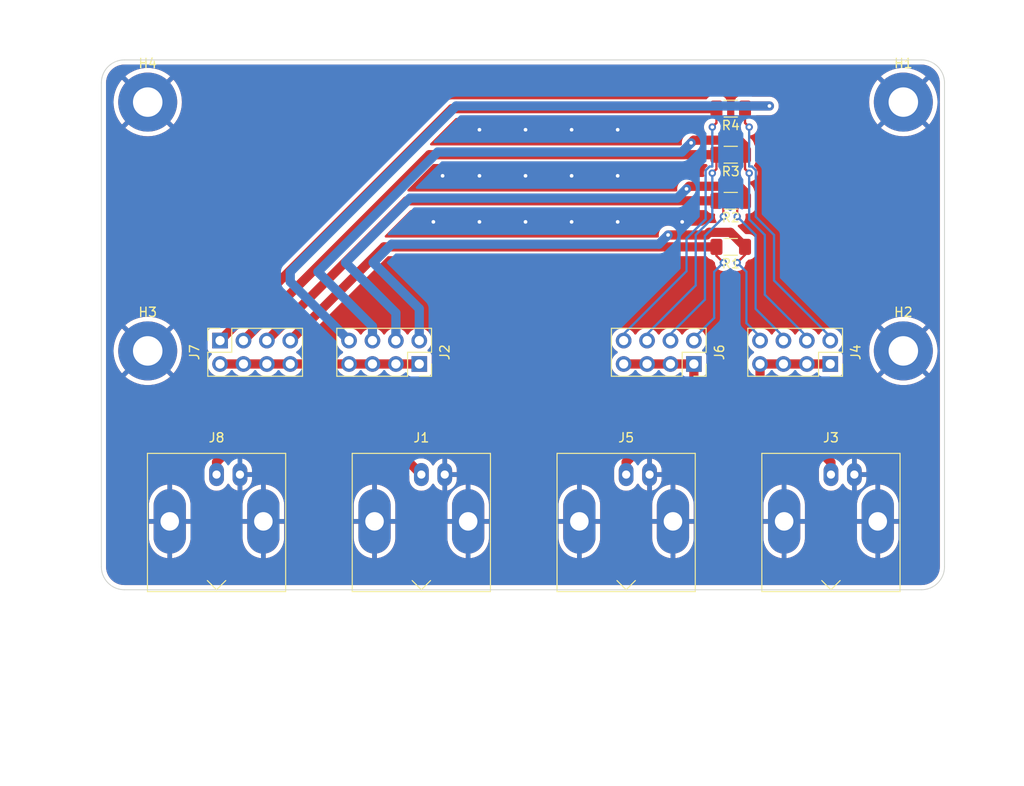
<source format=kicad_pcb>
(kicad_pcb (version 20211014) (generator pcbnew)
  (layers (0 "F.Cu" signal) (31 "B.Cu" signal) (34 "B.Paste" user) (35 "F.Paste" user) (36 "B.SilkS" user "B.Silkscreen") (37 "F.SilkS" user "F.Silkscreen") (38 "B.Mask" user) (39 "F.Mask" user) (44 "Edge.Cuts" user))
  (net 0 "")
  (net 1 "GND")
  (net 2 "Net-(J1-Pad1)")
  (net 3 "Net-(J2-Pad4)")
  (net 4 "Net-(J2-Pad6)")
  (net 5 "Net-(J3-Pad1)")
  (net 6 "Net-(J5-Pad1)")
  (net 7 "Net-(J6-Pad4)")
  (net 8 "Net-(J6-Pad6)")
  (net 9 "Net-(J7-Pad2)")
  (net 10 "Net-(J7-Pad1)")
  (net 11 "Net-(J6-Pad2)")
  (net 12 "Net-(J4-Pad2)")
  (net 13 "Net-(J4-Pad8)")
  (footprint "Connector_Coaxial:BNC_Amphenol_B6252HB-NPP3G-50_Horizontal" (layer "F.Cu") (at 153.145 106.42 180)
    (fp_text reference "J3" (at 0 4) (layer "F.SilkS"))
    (fp_text value "Conn_Coaxial")
    (fp_line (start 7.5 2.3) (end -7.5 2.3) (layer "F.SilkS") (width 0.12))
    (fp_line (start -7.5 -12.7) (end 7.5 -12.7) (layer "F.SilkS") (width 0.12))
    (fp_line (start 0 -12.5) (end -1 -11.5) (layer "F.SilkS") (width 0.12))
    (fp_line (start -7.5 2.3) (end -7.5 -12.7) (layer "F.SilkS") (width 0.12))
    (fp_line (start 0 -12.5) (end 1 -11.5) (layer "F.SilkS") (width 0.12))
    (fp_line (start 7.5 -12.7) (end 7.5 2.3) (layer "F.SilkS") (width 0.12))
    (pad "1" thru_hole oval locked (at 0 0 180) (size 1.6 2.5) (drill 0.89) (layers *.Cu *.Mask) (net 5 "Net-(J3-Pad1)"))
    (pad "2" thru_hole oval locked (at -2.54 0 180) (size 1.6 2.5) (drill 0.89) (layers *.Cu *.Mask) (net 1 "GND"))
    (pad "2" thru_hole oval locked (at 5.08 -5.08 180) (size 3.5 7) (drill 2.01) (layers *.Cu *.Mask) (net 1 "GND"))
    (pad "2" thru_hole oval locked (at -5.08 -5.08 180) (size 3.5 7) (drill 2.01) (layers *.Cu *.Mask) (net 1 "GND"))
  )
  (footprint "MountingHole:MountingHole_3.2mm_M3_Pad" (layer "F.Cu") (at 79 93)
    (fp_text reference "H3" (at 0 -4.2) (layer "F.SilkS"))
    (fp_text value "MountingHole_Pad")
    (pad "1" thru_hole circle locked (at 0 0) (size 6.4 6.4) (drill 3.2) (layers *.Cu *.Mask) (net 1 "GND"))
  )
  (footprint "Resistor_SMD:R_1206_3216Metric_Pad1.30x1.75mm_HandSolder" (layer "F.Cu") (at 142.27 81.71 180)
    (fp_text reference "R1" (at 0 -1.82) (layer "F.SilkS"))
    (fp_text value "R")
    (fp_line (start -0.727064 0.91) (end 0.727064 0.91) (layer "F.SilkS") (width 0.12))
    (fp_line (start -0.727064 -0.91) (end 0.727064 -0.91) (layer "F.SilkS") (width 0.12))
    (pad "1" smd roundrect locked (at -1.55 0 180) (size 1.3 1.75) (layers "F.Cu" "F.Paste" "F.Mask") (roundrect_rratio 0.1923076923) (net 13 "Net-(J4-Pad8)"))
    (pad "2" smd roundrect locked (at 1.55 0 180) (size 1.3 1.75) (layers "F.Cu" "F.Paste" "F.Mask") (roundrect_rratio 0.1923076923) (net 11 "Net-(J6-Pad2)"))
  )
  (footprint "Resistor_SMD:R_1206_3216Metric_Pad1.30x1.75mm_HandSolder" (layer "F.Cu") (at 142.27 66.71 180)
    (fp_text reference "R4" (at 0 -1.82) (layer "F.SilkS"))
    (fp_text value "R")
    (fp_line (start -0.727064 -0.91) (end 0.727064 -0.91) (layer "F.SilkS") (width 0.12))
    (fp_line (start -0.727064 0.91) (end 0.727064 0.91) (layer "F.SilkS") (width 0.12))
    (pad "1" smd roundrect locked (at -1.55 0 180) (size 1.3 1.75) (layers "F.Cu" "F.Paste" "F.Mask") (roundrect_rratio 0.1923076923) (net 12 "Net-(J4-Pad2)"))
    (pad "2" smd roundrect locked (at 1.55 0 180) (size 1.3 1.75) (layers "F.Cu" "F.Paste" "F.Mask") (roundrect_rratio 0.1923076923) (net 10 "Net-(J7-Pad1)"))
  )
  (footprint "MountingHole:MountingHole_3.2mm_M3_Pad" (layer "F.Cu") (at 161 93)
    (fp_text reference "H2" (at 0 -4.2) (layer "F.SilkS"))
    (fp_text value "MountingHole_Pad")
    (pad "1" thru_hole circle locked (at 0 0) (size 6.4 6.4) (drill 3.2) (layers *.Cu *.Mask) (net 1 "GND"))
  )
  (footprint "Connector_PinSocket_2.54mm:PinSocket_2x04_P2.54mm_Vertical" (layer "F.Cu") (at 108.47 94.42 -90)
    (fp_text reference "J2" (at -1.27 -2.77 90) (layer "F.SilkS"))
    (fp_text value "Conn_02x04_Odd_Even")
    (fp_line (start 0 -1.33) (end 1.33 -1.33) (layer "F.SilkS") (width 0.12))
    (fp_line (start -3.87 -1.33) (end -1.27 -1.33) (layer "F.SilkS") (width 0.12))
    (fp_line (start 1.33 -1.33) (end 1.33 0) (layer "F.SilkS") (width 0.12))
    (fp_line (start -3.87 -1.33) (end -3.87 8.95) (layer "F.SilkS") (width 0.12))
    (fp_line (start 1.33 1.27) (end 1.33 8.95) (layer "F.SilkS") (width 0.12))
    (fp_line (start -1.27 1.27) (end 1.33 1.27) (layer "F.SilkS") (width 0.12))
    (fp_line (start -1.27 -1.33) (end -1.27 1.27) (layer "F.SilkS") (width 0.12))
    (fp_line (start -3.87 8.95) (end 1.33 8.95) (layer "F.SilkS") (width 0.12))
    (pad "1" thru_hole rect locked (at 0 0 270) (size 1.7 1.7) (drill 1) (layers *.Cu *.Mask) (net 2 "Net-(J1-Pad1)"))
    (pad "2" thru_hole oval locked (at -2.54 0 270) (size 1.7 1.7) (drill 1) (layers *.Cu *.Mask) (net 13 "Net-(J4-Pad8)"))
    (pad "3" thru_hole oval locked (at 0 2.54 270) (size 1.7 1.7) (drill 1) (layers *.Cu *.Mask) (net 2 "Net-(J1-Pad1)"))
    (pad "4" thru_hole oval locked (at -2.54 2.54 270) (size 1.7 1.7) (drill 1) (layers *.Cu *.Mask) (net 3 "Net-(J2-Pad4)"))
    (pad "5" thru_hole oval locked (at 0 5.08 270) (size 1.7 1.7) (drill 1) (layers *.Cu *.Mask) (net 2 "Net-(J1-Pad1)"))
    (pad "6" thru_hole oval locked (at -2.54 5.08 270) (size 1.7 1.7) (drill 1) (layers *.Cu *.Mask) (net 4 "Net-(J2-Pad6)"))
    (pad "7" thru_hole oval locked (at 0 7.62 270) (size 1.7 1.7) (drill 1) (layers *.Cu *.Mask) (net 2 "Net-(J1-Pad1)"))
    (pad "8" thru_hole oval locked (at -2.54 7.62 270) (size 1.7 1.7) (drill 1) (layers *.Cu *.Mask) (net 12 "Net-(J4-Pad2)"))
  )
  (footprint "Connector_Coaxial:BNC_Amphenol_B6252HB-NPP3G-50_Horizontal" (layer "F.Cu") (at 130.92 106.42 180)
    (fp_text reference "J5" (at 0 4) (layer "F.SilkS"))
    (fp_text value "Conn_Coaxial")
    (fp_line (start 7.5 -12.7) (end 7.5 2.3) (layer "F.SilkS") (width 0.12))
    (fp_line (start 0 -12.5) (end -1 -11.5) (layer "F.SilkS") (width 0.12))
    (fp_line (start -7.5 2.3) (end -7.5 -12.7) (layer "F.SilkS") (width 0.12))
    (fp_line (start -7.5 -12.7) (end 7.5 -12.7) (layer "F.SilkS") (width 0.12))
    (fp_line (start 7.5 2.3) (end -7.5 2.3) (layer "F.SilkS") (width 0.12))
    (fp_line (start 0 -12.5) (end 1 -11.5) (layer "F.SilkS") (width 0.12))
    (pad "1" thru_hole oval locked (at 0 0 180) (size 1.6 2.5) (drill 0.89) (layers *.Cu *.Mask) (net 6 "Net-(J5-Pad1)"))
    (pad "2" thru_hole oval locked (at 5.08 -5.08 180) (size 3.5 7) (drill 2.01) (layers *.Cu *.Mask) (net 1 "GND"))
    (pad "2" thru_hole oval locked (at -2.54 0 180) (size 1.6 2.5) (drill 0.89) (layers *.Cu *.Mask) (net 1 "GND"))
    (pad "2" thru_hole oval locked (at -5.08 -5.08 180) (size 3.5 7) (drill 2.01) (layers *.Cu *.Mask) (net 1 "GND"))
  )
  (footprint "MountingHole:MountingHole_3.2mm_M3_Pad" (layer "F.Cu") (at 161 66)
    (fp_text reference "H1" (at 0 -4.2) (layer "F.SilkS"))
    (fp_text value "MountingHole_Pad")
    (pad "1" thru_hole circle locked (at 0 0) (size 6.4 6.4) (drill 3.2) (layers *.Cu *.Mask) (net 1 "GND"))
  )
  (footprint "MountingHole:MountingHole_3.2mm_M3_Pad" (layer "F.Cu") (at 79 66)
    (fp_text reference "H4" (at 0 -4.2) (layer "F.SilkS"))
    (fp_text value "MountingHole_Pad")
    (pad "1" thru_hole circle locked (at 0 0) (size 6.4 6.4) (drill 3.2) (layers *.Cu *.Mask) (net 1 "GND"))
  )
  (footprint "Connector_Coaxial:BNC_Amphenol_B6252HB-NPP3G-50_Horizontal" (layer "F.Cu") (at 86.47 106.42 180)
    (fp_text reference "J8" (at 0 4) (layer "F.SilkS"))
    (fp_text value "Conn_Coaxial")
    (fp_line (start 7.5 -12.7) (end 7.5 2.3) (layer "F.SilkS") (width 0.12))
    (fp_line (start -7.5 2.3) (end -7.5 -12.7) (layer "F.SilkS") (width 0.12))
    (fp_line (start -7.5 -12.7) (end 7.5 -12.7) (layer "F.SilkS") (width 0.12))
    (fp_line (start 0 -12.5) (end -1 -11.5) (layer "F.SilkS") (width 0.12))
    (fp_line (start 7.5 2.3) (end -7.5 2.3) (layer "F.SilkS") (width 0.12))
    (fp_line (start 0 -12.5) (end 1 -11.5) (layer "F.SilkS") (width 0.12))
    (pad "1" thru_hole oval locked (at 0 0 180) (size 1.6 2.5) (drill 0.89) (layers *.Cu *.Mask) (net 9 "Net-(J7-Pad2)"))
    (pad "2" thru_hole oval locked (at 5.08 -5.08 180) (size 3.5 7) (drill 2.01) (layers *.Cu *.Mask) (net 1 "GND"))
    (pad "2" thru_hole oval locked (at -2.54 0 180) (size 1.6 2.5) (drill 0.89) (layers *.Cu *.Mask) (net 1 "GND"))
    (pad "2" thru_hole oval locked (at -5.08 -5.08 180) (size 3.5 7) (drill 2.01) (layers *.Cu *.Mask) (net 1 "GND"))
  )
  (footprint "Connector_PinSocket_2.54mm:PinSocket_2x04_P2.54mm_Vertical" (layer "F.Cu") (at 138.27 94.42 -90)
    (fp_text reference "J6" (at -1.27 -2.77 90) (layer "F.SilkS"))
    (fp_text value "Conn_02x04_Odd_Even")
    (fp_line (start -3.87 8.95) (end 1.33 8.95) (layer "F.SilkS") (width 0.12))
    (fp_line (start 0 -1.33) (end 1.33 -1.33) (layer "F.SilkS") (width 0.12))
    (fp_line (start -3.87 -1.33) (end -3.87 8.95) (layer "F.SilkS") (width 0.12))
    (fp_line (start -3.87 -1.33) (end -1.27 -1.33) (layer "F.SilkS") (width 0.12))
    (fp_line (start -1.27 -1.33) (end -1.27 1.27) (layer "F.SilkS") (width 0.12))
    (fp_line (start -1.27 1.27) (end 1.33 1.27) (layer "F.SilkS") (width 0.12))
    (fp_line (start 1.33 -1.33) (end 1.33 0) (layer "F.SilkS") (width 0.12))
    (fp_line (start 1.33 1.27) (end 1.33 8.95) (layer "F.SilkS") (width 0.12))
    (pad "1" thru_hole rect locked (at 0 0 270) (size 1.7 1.7) (drill 1) (layers *.Cu *.Mask) (net 6 "Net-(J5-Pad1)"))
    (pad "2" thru_hole oval locked (at -2.54 0 270) (size 1.7 1.7) (drill 1) (layers *.Cu *.Mask) (net 11 "Net-(J6-Pad2)"))
    (pad "3" thru_hole oval locked (at 0 2.54 270) (size 1.7 1.7) (drill 1) (layers *.Cu *.Mask) (net 6 "Net-(J5-Pad1)"))
    (pad "4" thru_hole oval locked (at -2.54 2.54 270) (size 1.7 1.7) (drill 1) (layers *.Cu *.Mask) (net 7 "Net-(J6-Pad4)"))
    (pad "5" thru_hole oval locked (at 0 5.08 270) (size 1.7 1.7) (drill 1) (layers *.Cu *.Mask) (net 6 "Net-(J5-Pad1)"))
    (pad "6" thru_hole oval locked (at -2.54 5.08 270) (size 1.7 1.7) (drill 1) (layers *.Cu *.Mask) (net 8 "Net-(J6-Pad6)"))
    (pad "7" thru_hole oval locked (at 0 7.62 270) (size 1.7 1.7) (drill 1) (layers *.Cu *.Mask) (net 6 "Net-(J5-Pad1)"))
    (pad "8" thru_hole oval locked (at -2.54 7.62 270) (size 1.7 1.7) (drill 1) (layers *.Cu *.Mask) (net 10 "Net-(J7-Pad1)"))
  )
  (footprint "Connector_PinSocket_2.54mm:PinSocket_2x04_P2.54mm_Vertical" (layer "F.Cu") (at 86.85 91.88 90)
    (fp_text reference "J7" (at -1.27 -2.77 90) (layer "F.SilkS"))
    (fp_text value "Conn_02x04_Odd_Even")
    (fp_line (start 1.33 1.27) (end 1.33 8.95) (layer "F.SilkS") (width 0.12))
    (fp_line (start -3.87 -1.33) (end -1.27 -1.33) (layer "F.SilkS") (width 0.12))
    (fp_line (start 1.33 -1.33) (end 1.33 0) (layer "F.SilkS") (width 0.12))
    (fp_line (start -3.87 8.95) (end 1.33 8.95) (layer "F.SilkS") (width 0.12))
    (fp_line (start -1.27 1.27) (end 1.33 1.27) (layer "F.SilkS") (width 0.12))
    (fp_line (start 0 -1.33) (end 1.33 -1.33) (layer "F.SilkS") (width 0.12))
    (fp_line (start -1.27 -1.33) (end -1.27 1.27) (layer "F.SilkS") (width 0.12))
    (fp_line (start -3.87 -1.33) (end -3.87 8.95) (layer "F.SilkS") (width 0.12))
    (pad "1" thru_hole rect locked (at 0 0 90) (size 1.7 1.7) (drill 1) (layers *.Cu *.Mask) (net 10 "Net-(J7-Pad1)"))
    (pad "2" thru_hole oval locked (at -2.54 0 90) (size 1.7 1.7) (drill 1) (layers *.Cu *.Mask) (net 9 "Net-(J7-Pad2)"))
    (pad "3" thru_hole oval locked (at 0 2.54 90) (size 1.7 1.7) (drill 1) (layers *.Cu *.Mask) (net 8 "Net-(J6-Pad6)"))
    (pad "4" thru_hole oval locked (at -2.54 2.54 90) (size 1.7 1.7) (drill 1) (layers *.Cu *.Mask) (net 9 "Net-(J7-Pad2)"))
    (pad "5" thru_hole oval locked (at 0 5.08 90) (size 1.7 1.7) (drill 1) (layers *.Cu *.Mask) (net 7 "Net-(J6-Pad4)"))
    (pad "6" thru_hole oval locked (at -2.54 5.08 90) (size 1.7 1.7) (drill 1) (layers *.Cu *.Mask) (net 9 "Net-(J7-Pad2)"))
    (pad "7" thru_hole oval locked (at 0 7.62 90) (size 1.7 1.7) (drill 1) (layers *.Cu *.Mask) (net 11 "Net-(J6-Pad2)"))
    (pad "8" thru_hole oval locked (at -2.54 7.62 90) (size 1.7 1.7) (drill 1) (layers *.Cu *.Mask) (net 9 "Net-(J7-Pad2)"))
  )
  (footprint "Resistor_SMD:R_1206_3216Metric_Pad1.30x1.75mm_HandSolder" (layer "F.Cu") (at 142.27 71.71 180)
    (fp_text reference "R3" (at 0 -1.82) (layer "F.SilkS"))
    (fp_text value "R")
    (fp_line (start -0.727064 -0.91) (end 0.727064 -0.91) (layer "F.SilkS") (width 0.12))
    (fp_line (start -0.727064 0.91) (end 0.727064 0.91) (layer "F.SilkS") (width 0.12))
    (pad "1" smd roundrect locked (at -1.55 0 180) (size 1.3 1.75) (layers "F.Cu" "F.Paste" "F.Mask") (roundrect_rratio 0.1923076923) (net 4 "Net-(J2-Pad6)"))
    (pad "2" smd roundrect locked (at 1.55 0 180) (size 1.3 1.75) (layers "F.Cu" "F.Paste" "F.Mask") (roundrect_rratio 0.1923076923) (net 8 "Net-(J6-Pad6)"))
  )
  (footprint "Connector_Coaxial:BNC_Amphenol_B6252HB-NPP3G-50_Horizontal" (layer "F.Cu") (at 108.695 106.42 180)
    (fp_text reference "J1" (at 0 4) (layer "F.SilkS"))
    (fp_text value "Conn_Coaxial")
    (fp_line (start 0 -12.5) (end -1 -11.5) (layer "F.SilkS") (width 0.12))
    (fp_line (start 7.5 2.3) (end -7.5 2.3) (layer "F.SilkS") (width 0.12))
    (fp_line (start -7.5 2.3) (end -7.5 -12.7) (layer "F.SilkS") (width 0.12))
    (fp_line (start -7.5 -12.7) (end 7.5 -12.7) (layer "F.SilkS") (width 0.12))
    (fp_line (start 0 -12.5) (end 1 -11.5) (layer "F.SilkS") (width 0.12))
    (fp_line (start 7.5 -12.7) (end 7.5 2.3) (layer "F.SilkS") (width 0.12))
    (pad "1" thru_hole oval locked (at 0 0 180) (size 1.6 2.5) (drill 0.89) (layers *.Cu *.Mask) (net 2 "Net-(J1-Pad1)"))
    (pad "2" thru_hole oval locked (at -5.08 -5.08 180) (size 3.5 7) (drill 2.01) (layers *.Cu *.Mask) (net 1 "GND"))
    (pad "2" thru_hole oval locked (at -2.54 0 180) (size 1.6 2.5) (drill 0.89) (layers *.Cu *.Mask) (net 1 "GND"))
    (pad "2" thru_hole oval locked (at 5.08 -5.08 180) (size 3.5 7) (drill 2.01) (layers *.Cu *.Mask) (net 1 "GND"))
  )
  (footprint "Resistor_SMD:R_1206_3216Metric_Pad1.30x1.75mm_HandSolder" (layer "F.Cu") (at 142.27 76.71 180)
    (fp_text reference "R2" (at 0 -1.82) (layer "F.SilkS"))
    (fp_text value "R")
    (fp_line (start -0.727064 -0.91) (end 0.727064 -0.91) (layer "F.SilkS") (width 0.12))
    (fp_line (start -0.727064 0.91) (end 0.727064 0.91) (layer "F.SilkS") (width 0.12))
    (pad "1" smd roundrect locked (at -1.55 0 180) (size 1.3 1.75) (layers "F.Cu" "F.Paste" "F.Mask") (roundrect_rratio 0.1923076923) (net 3 "Net-(J2-Pad4)"))
    (pad "2" smd roundrect locked (at 1.55 0 180) (size 1.3 1.75) (layers "F.Cu" "F.Paste" "F.Mask") (roundrect_rratio 0.1923076923) (net 7 "Net-(J6-Pad4)"))
  )
  (footprint "Connector_PinSocket_2.54mm:PinSocket_2x04_P2.54mm_Vertical" (layer "F.Cu") (at 153.07 94.42 -90)
    (fp_text reference "J4" (at -1.27 -2.77 90) (layer "F.SilkS"))
    (fp_text value "Conn_02x04_Odd_Even")
    (fp_line (start -3.87 -1.33) (end -1.27 -1.33) (layer "F.SilkS") (width 0.12))
    (fp_line (start -1.27 1.27) (end 1.33 1.27) (layer "F.SilkS") (width 0.12))
    (fp_line (start 0 -1.33) (end 1.33 -1.33) (layer "F.SilkS") (width 0.12))
    (fp_line (start -3.87 -1.33) (end -3.87 8.95) (layer "F.SilkS") (width 0.12))
    (fp_line (start -1.27 -1.33) (end -1.27 1.27) (layer "F.SilkS") (width 0.12))
    (fp_line (start -3.87 8.95) (end 1.33 8.95) (layer "F.SilkS") (width 0.12))
    (fp_line (start 1.33 1.27) (end 1.33 8.95) (layer "F.SilkS") (width 0.12))
    (fp_line (start 1.33 -1.33) (end 1.33 0) (layer "F.SilkS") (width 0.12))
    (pad "1" thru_hole rect locked (at 0 0 270) (size 1.7 1.7) (drill 1) (layers *.Cu *.Mask) (net 5 "Net-(J3-Pad1)"))
    (pad "2" thru_hole oval locked (at -2.54 0 270) (size 1.7 1.7) (drill 1) (layers *.Cu *.Mask) (net 12 "Net-(J4-Pad2)"))
    (pad "3" thru_hole oval locked (at 0 2.54 270) (size 1.7 1.7) (drill 1) (layers *.Cu *.Mask) (net 5 "Net-(J3-Pad1)"))
    (pad "4" thru_hole oval locked (at -2.54 2.54 270) (size 1.7 1.7) (drill 1) (layers *.Cu *.Mask) (net 4 "Net-(J2-Pad6)"))
    (pad "5" thru_hole oval locked (at 0 5.08 270) (size 1.7 1.7) (drill 1) (layers *.Cu *.Mask) (net 5 "Net-(J3-Pad1)"))
    (pad "6" thru_hole oval locked (at -2.54 5.08 270) (size 1.7 1.7) (drill 1) (layers *.Cu *.Mask) (net 3 "Net-(J2-Pad4)"))
    (pad "7" thru_hole oval locked (at 0 7.62 270) (size 1.7 1.7) (drill 1) (layers *.Cu *.Mask) (net 5 "Net-(J3-Pad1)"))
    (pad "8" thru_hole oval locked (at -2.54 7.62 270) (size 1.7 1.7) (drill 1) (layers *.Cu *.Mask) (net 13 "Net-(J4-Pad8)"))
  )
  (gr_line (start 165.47 63.92) (end 165.47 116.42) (layer "Edge.Cuts") (width 0.1))
  (gr_line (start 73.97 63.92) (end 73.97 116.42) (layer "Edge.Cuts") (width 0.1))
  (gr_line (start 76.47 61.42) (end 162.97 61.42) (layer "Edge.Cuts") (width 0.1))
  (gr_line (start 76.47 118.92) (end 162.97 118.92) (layer "Edge.Cuts") (width 0.1))
  (gr_arc (start 73.97 63.92) (mid 74.702233 62.152233) (end 76.47 61.42) (layer "Edge.Cuts") (width 0.1))
  (gr_arc (start 165.47 116.42) (mid 164.737767 118.187767) (end 162.97 118.92) (layer "Edge.Cuts") (width 0.1))
  (gr_arc (start 162.97 61.42) (mid 164.737767 62.152233) (end 165.47 63.92) (layer "Edge.Cuts") (width 0.1))
  (gr_arc (start 76.47 118.92) (mid 74.702233 118.187767) (end 73.97 116.42) (layer "Edge.Cuts") (width 0.1))
  (via (at 130 74) (size 0.8) (drill 0.4) (layers "F.Cu" "B.Cu") (net 1))
  (via (at 130 69) (size 0.8) (drill 0.4) (layers "F.Cu" "B.Cu") (net 1))
  (via (at 110 79) (size 0.8) (drill 0.4) (layers "F.Cu" "B.Cu") (net 1))
  (via (at 111 74) (size 0.8) (drill 0.4) (layers "F.Cu" "B.Cu") (net 1))
  (via (at 137 79) (size 0.8) (drill 0.4) (layers "F.Cu" "B.Cu") (net 1))
  (via (at 120 79) (size 0.8) (drill 0.4) (layers "F.Cu" "B.Cu") (net 1))
  (via (at 115 69) (size 0.8) (drill 0.4) (layers "F.Cu" "B.Cu") (net 1))
  (via (at 115 74) (size 0.8) (drill 0.4) (layers "F.Cu" "B.Cu") (net 1))
  (via (at 125 74) (size 0.8) (drill 0.4) (layers "F.Cu" "B.Cu") (net 1))
  (via (at 115 79) (size 0.8) (drill 0.4) (layers "F.Cu" "B.Cu") (net 1))
  (via (at 130 79) (size 0.8) (drill 0.4) (layers "F.Cu" "B.Cu") (net 1))
  (via (at 120 74) (size 0.8) (drill 0.4) (layers "F.Cu" "B.Cu") (net 1))
  (via (at 125 69) (size 0.8) (drill 0.4) (layers "F.Cu" "B.Cu") (net 1))
  (via (at 125 79) (size 0.8) (drill 0.4) (layers "F.Cu" "B.Cu") (net 1))
  (via (at 120 69) (size 0.8) (drill 0.4) (layers "F.Cu" "B.Cu") (net 1))
  (segment (start 100.47 103.42) (end 98.47 101.42) (width 1) (layer "F.Cu") (net 2))
  (segment (start 98.47 101.42) (end 98.47 94.42) (width 1) (layer "F.Cu") (net 2))
  (segment (start 105.695 103.42) (end 100.47 103.42) (width 1) (layer "F.Cu") (net 2))
  (segment (start 108.695 106.42) (end 105.695 103.42) (width 1) (layer "F.Cu") (net 2))
  (segment (start 98.47 94.42) (end 100.85 94.42) (width 1) (layer "F.Cu") (net 2))
  (segment (start 100.85 94.42) (end 108.47 94.42) (width 1) (layer "F.Cu") (net 2))
  (segment (start 143.18548 75.13548) (end 143.82 75.77) (width 1) (layer "F.Cu") (net 3))
  (segment (start 143.82 75.77) (end 143.82 76.71) (width 1) (layer "F.Cu") (net 3))
  (segment (start 142.97 78.42) (end 142.97 77.56) (width 0.25) (layer "F.Cu") (net 3))
  (segment (start 137.47 75.42) (end 137.75452 75.13548) (width 1) (layer "F.Cu") (net 3))
  (segment (start 142.97 77.56) (end 143.82 76.71) (width 0.25) (layer "F.Cu") (net 3))
  (segment (start 137.75452 75.13548) (end 143.18548 75.13548) (width 1) (layer "F.Cu") (net 3))
  (via (at 137.47 75.42) (size 0.8) (drill 0.4) (layers "F.Cu" "B.Cu") (net 3))
  (via (at 142.97 78.42) (size 0.8) (drill 0.4) (layers "F.Cu" "B.Cu") (net 3))
  (segment (start 136.47 76.42) (end 107.47 76.42) (width 1) (layer "B.Cu") (net 3))
  (segment (start 142.97 78.42) (end 144.97 80.42) (width 0.25) (layer "B.Cu") (net 3))
  (segment (start 137.47 75.42) (end 136.47 76.42) (width 1) (layer "B.Cu") (net 3))
  (segment (start 144.97 80.42) (end 144.97 88.44) (width 0.25) (layer "B.Cu") (net 3))
  (segment (start 144.97 88.44) (end 147.99 91.46) (width 0.25) (layer "B.Cu") (net 3))
  (segment (start 105.93 88.88) (end 105.93 91.88) (width 1) (layer "B.Cu") (net 3))
  (segment (start 107.47 76.42) (end 100.47 83.42) (width 1) (layer "B.Cu") (net 3))
  (segment (start 100.47 83.42) (end 105.93 88.88) (width 1) (layer "B.Cu") (net 3))
  (segment (start 143.18548 70.13548) (end 143.82 70.77) (width 1) (layer "F.Cu") (net 4))
  (segment (start 143.82 71.71) (end 143.82 73.26) (width 0.25) (layer "F.Cu") (net 4))
  (segment (start 138.25452 70.13548) (end 143.18548 70.13548) (width 1) (layer "F.Cu") (net 4))
  (segment (start 137.97 70.42) (end 138.25452 70.13548) (width 1) (layer "F.Cu") (net 4))
  (segment (start 143.82 73.26) (end 144.27 73.71) (width 0.25) (layer "F.Cu") (net 4))
  (segment (start 143.82 70.77) (end 143.82 71.71) (width 1) (layer "F.Cu") (net 4))
  (via (at 144.27 73.71) (size 0.8) (drill 0.4) (layers "F.Cu" "B.Cu") (net 4))
  (via (at 137.97 70.42) (size 0.8) (drill 0.4) (layers "F.Cu" "B.Cu") (net 4))
  (segment (start 137.97 70.42) (end 136.97 71.42) (width 1) (layer "B.Cu") (net 4))
  (segment (start 97.47 84.42) (end 103.39 90.34) (width 1) (layer "B.Cu") (net 4))
  (segment (start 110.47 71.42) (end 97.47 84.42) (width 1) (layer "B.Cu") (net 4))
  (segment (start 144.27 78.72) (end 145.97 80.42) (width 0.25) (layer "B.Cu") (net 4))
  (segment (start 145.97 86.9) (end 150.53 91.46) (width 0.25) (layer "B.Cu") (net 4))
  (segment (start 136.97 71.42) (end 110.47 71.42) (width 1) (layer "B.Cu") (net 4))
  (segment (start 103.39 90.34) (end 103.39 91.88) (width 1) (layer "B.Cu") (net 4))
  (segment (start 145.97 80.42) (end 145.97 86.9) (width 0.25) (layer "B.Cu") (net 4))
  (segment (start 144.27 73.71) (end 144.27 78.72) (width 0.25) (layer "B.Cu") (net 4))
  (segment (start 145.45 94.42) (end 153.07 94.42) (width 1) (layer "F.Cu") (net 5))
  (segment (start 145.45 97.4) (end 145.45 94.42) (width 1) (layer "F.Cu") (net 5))
  (segment (start 153.145 106.42) (end 153.145 105.095) (width 1) (layer "F.Cu") (net 5))
  (segment (start 153.145 105.095) (end 145.45 97.4) (width 1) (layer "F.Cu") (net 5))
  (segment (start 138.27 97.72) (end 138.27 94.42) (width 1) (layer "F.Cu") (net 6))
  (segment (start 130.92 106.42) (end 130.92 105.07) (width 1) (layer "F.Cu") (net 6))
  (segment (start 130.92 105.07) (end 138.27 97.72) (width 1) (layer "F.Cu") (net 6))
  (segment (start 138.27 94.42) (end 130.65 94.42) (width 1) (layer "F.Cu") (net 6))
  (segment (start 91.93 91.88) (end 107.1 76.71) (width 1) (layer "F.Cu") (net 7))
  (segment (start 141.47 78.42) (end 141.47 77.46) (width 0.25) (layer "F.Cu") (net 7))
  (segment (start 141.47 77.46) (end 140.72 76.71) (width 0.25) (layer "F.Cu") (net 7))
  (segment (start 107.1 76.71) (end 140.72 76.71) (width 1) (layer "F.Cu") (net 7))
  (via (at 141.47 78.42) (size 0.8) (drill 0.4) (layers "F.Cu" "B.Cu") (net 7))
  (segment (start 139.47 87.43) (end 135.73 91.17) (width 0.25) (layer "B.Cu") (net 7))
  (segment (start 139.47 80.51) (end 139.47 87.43) (width 0.25) (layer "B.Cu") (net 7))
  (segment (start 141.47 78.42) (end 141.47 78.51) (width 0.25) (layer "B.Cu") (net 7))
  (segment (start 141.47 78.51) (end 139.47 80.51) (width 0.25) (layer "B.Cu") (net 7))
  (segment (start 140.72 73.26) (end 140.27 73.71) (width 0.25) (layer "F.Cu") (net 8))
  (segment (start 109.56 71.71) (end 140.72 71.71) (width 1) (layer "F.Cu") (net 8))
  (segment (start 89.39 91.88) (end 109.56 71.71) (width 1) (layer "F.Cu") (net 8))
  (segment (start 140.72 71.71) (end 140.72 73.26) (width 0.25) (layer "F.Cu") (net 8))
  (via (at 140.27 73.71) (size 0.8) (drill 0.4) (layers "F.Cu" "B.Cu") (net 8))
  (segment (start 138.47 80.42) (end 138.47 85.89) (width 0.25) (layer "B.Cu") (net 8))
  (segment (start 140.27 73.71) (end 140.27 78.62) (width 0.25) (layer "B.Cu") (net 8))
  (segment (start 138.47 85.89) (end 133.19 91.17) (width 0.25) (layer "B.Cu") (net 8))
  (segment (start 140.27 78.62) (end 138.47 80.42) (width 0.25) (layer "B.Cu") (net 8))
  (segment (start 96.47 94.42) (end 86.85 94.42) (width 1) (layer "F.Cu") (net 9))
  (segment (start 86.47 106.42) (end 86.47 105.07) (width 1) (layer "F.Cu") (net 9))
  (segment (start 94.47 103.42) (end 96.47 101.42) (width 1) (layer "F.Cu") (net 9))
  (segment (start 88.12 103.42) (end 94.47 103.42) (width 1) (layer "F.Cu") (net 9))
  (segment (start 96.47 101.42) (end 96.47 94.42) (width 1) (layer "F.Cu") (net 9))
  (segment (start 86.47 105.07) (end 88.12 103.42) (width 1) (layer "F.Cu") (net 9))
  (segment (start 140.72 68.26) (end 140.27 68.71) (width 0.25) (layer "F.Cu") (net 10))
  (segment (start 86.85 91.88) (end 112.02 66.71) (width 1) (layer "F.Cu") (net 10))
  (segment (start 140.72 66.71) (end 140.72 68.26) (width 0.25) (layer "F.Cu") (net 10))
  (segment (start 112.02 66.71) (end 140.72 66.71) (width 1) (layer "F.Cu") (net 10))
  (via (at 140.27 68.71) (size 0.8) (drill 0.4) (layers "F.Cu" "B.Cu") (net 10))
  (segment (start 139.969897 72.985489) (end 139.545489 73.409897) (width 0.25) (layer "B.Cu") (net 10))
  (segment (start 137.47 80.784283) (end 137.47 84.35) (width 0.25) (layer "B.Cu") (net 10))
  (segment (start 139.545489 73.409897) (end 139.545489 78.708794) (width 0.25) (layer "B.Cu") (net 10))
  (segment (start 137.47 84.35) (end 130.65 91.17) (width 0.25) (layer "B.Cu") (net 10))
  (segment (start 140.27 72.985489) (end 139.969897 72.985489) (width 0.25) (layer "B.Cu") (net 10))
  (segment (start 140.27 68.71) (end 140.27 72.985489) (width 0.25) (layer "B.Cu") (net 10))
  (segment (start 139.545489 78.708794) (end 137.47 80.784283) (width 0.25) (layer "B.Cu") (net 10))
  (segment (start 104.64 81.71) (end 140.72 81.71) (width 1) (layer "F.Cu") (net 11))
  (segment (start 140.72 82.67) (end 140.72 81.71) (width 0.25) (layer "F.Cu") (net 11))
  (segment (start 141.47 83.42) (end 140.72 82.67) (width 0.25) (layer "F.Cu") (net 11))
  (segment (start 94.47 91.88) (end 104.64 81.71) (width 1) (layer "F.Cu") (net 11))
  (via (at 141.47 83.42) (size 0.8) (drill 0.4) (layers "F.Cu" "B.Cu") (net 11))
  (segment (start 140.47 84.42) (end 140.47 89.42) (width 0.25) (layer "B.Cu") (net 11))
  (segment (start 141.47 83.42) (end 140.47 84.42) (width 0.25) (layer "B.Cu") (net 11))
  (segment (start 138.72 91.17) (end 138.27 91.17) (width 0.25) (layer "B.Cu") (net 11))
  (segment (start 140.47 89.42) (end 138.72 91.17) (width 0.25) (layer "B.Cu") (net 11))
  (segment (start 143.82 68.26) (end 144.27 68.71) (width 0.25) (layer "F.Cu") (net 12))
  (segment (start 144.11 66.42) (end 143.82 66.71) (width 1) (layer "F.Cu") (net 12))
  (segment (start 143.82 66.71) (end 143.82 68.26) (width 0.25) (layer "F.Cu") (net 12))
  (segment (start 146.47 66.42) (end 144.11 66.42) (width 1) (layer "F.Cu") (net 12))
  (via (at 144.27 68.71) (size 0.8) (drill 0.4) (layers "F.Cu" "B.Cu") (net 12))
  (via (at 146.47 66.42) (size 0.8) (drill 0.4) (layers "F.Cu" "B.Cu") (net 12))
  (segment (start 144.994511 73.409897) (end 144.994511 78.444511) (width 0.25) (layer "B.Cu") (net 12))
  (segment (start 146.97 85.36) (end 153.07 91.46) (width 0.25) (layer "B.Cu") (net 12))
  (segment (start 144.994511 78.444511) (end 146.97 80.42) (width 0.25) (layer "B.Cu") (net 12))
  (segment (start 100.85 91.88) (end 94.47 85.5) (width 1) (layer "B.Cu") (net 12))
  (segment (start 146.97 80.42) (end 146.97 85.36) (width 0.25) (layer "B.Cu") (net 12))
  (segment (start 94.47 84.42) (end 112.47 66.42) (width 1) (layer "B.Cu") (net 12))
  (segment (start 144.27 68.71) (end 144.27 72.985489) (width 0.25) (layer "B.Cu") (net 12))
  (segment (start 112.47 66.42) (end 146.47 66.42) (width 1) (layer "B.Cu") (net 12))
  (segment (start 94.47 85.5) (end 94.47 84.42) (width 1) (layer "B.Cu") (net 12))
  (segment (start 144.570103 72.985489) (end 144.994511 73.409897) (width 0.25) (layer "B.Cu") (net 12))
  (segment (start 144.27 72.985489) (end 144.570103 72.985489) (width 0.25) (layer "B.Cu") (net 12))
  (segment (start 143.82 82.57) (end 143.82 81.71) (width 0.25) (layer "F.Cu") (net 13))
  (segment (start 142.24548 80.13548) (end 143.82 81.71) (width 1) (layer "F.Cu") (net 13))
  (segment (start 139.642176 80.42) (end 139.926696 80.13548) (width 1) (layer "F.Cu") (net 13))
  (segment (start 139.926696 80.13548) (end 142.24548 80.13548) (width 1) (layer "F.Cu") (net 13))
  (segment (start 135.47 80.42) (end 139.642176 80.42) (width 1) (layer "F.Cu") (net 13))
  (segment (start 142.97 83.42) (end 143.82 82.57) (width 0.25) (layer "F.Cu") (net 13))
  (via (at 135.47 80.42) (size 0.8) (drill 0.4) (layers "F.Cu" "B.Cu") (net 13))
  (via (at 142.97 83.42) (size 0.8) (drill 0.4) (layers "F.Cu" "B.Cu") (net 13))
  (segment (start 135.47 80.42) (end 134.47 81.42) (width 1) (layer "B.Cu") (net 13))
  (segment (start 143.97 84.42) (end 143.97 89.98) (width 0.25) (layer "B.Cu") (net 13))
  (segment (start 142.97 83.42) (end 143.97 84.42) (width 0.25) (layer "B.Cu") (net 13))
  (segment (start 108.47 88.42) (end 108.47 91.88) (width 1) (layer "B.Cu") (net 13))
  (segment (start 134.47 81.42) (end 105.47 81.42) (width 1) (layer "B.Cu") (net 13))
  (segment (start 143.97 89.98) (end 145.45 91.46) (width 0.25) (layer "B.Cu") (net 13))
  (segment (start 105.47 81.42) (end 103.47 83.42) (width 1) (layer "B.Cu") (net 13))
  (segment (start 103.47 83.42) (end 108.47 88.42) (width 1) (layer "B.Cu") (net 13))
  (zone (net 1) (net_name "GND") (layers F&B.Cu) (connect_pads (clearance 0.508)) (min_thickness 0.254) (fill yes (thermal_gap 0.508) (thermal_bridge_width 0.508))
    (polygon (pts (xy 174.109532 126.166704) (xy 62.97 124.92) (xy 65.47 54.92) (xy 173.97 54.92)))
  )
)
</source>
